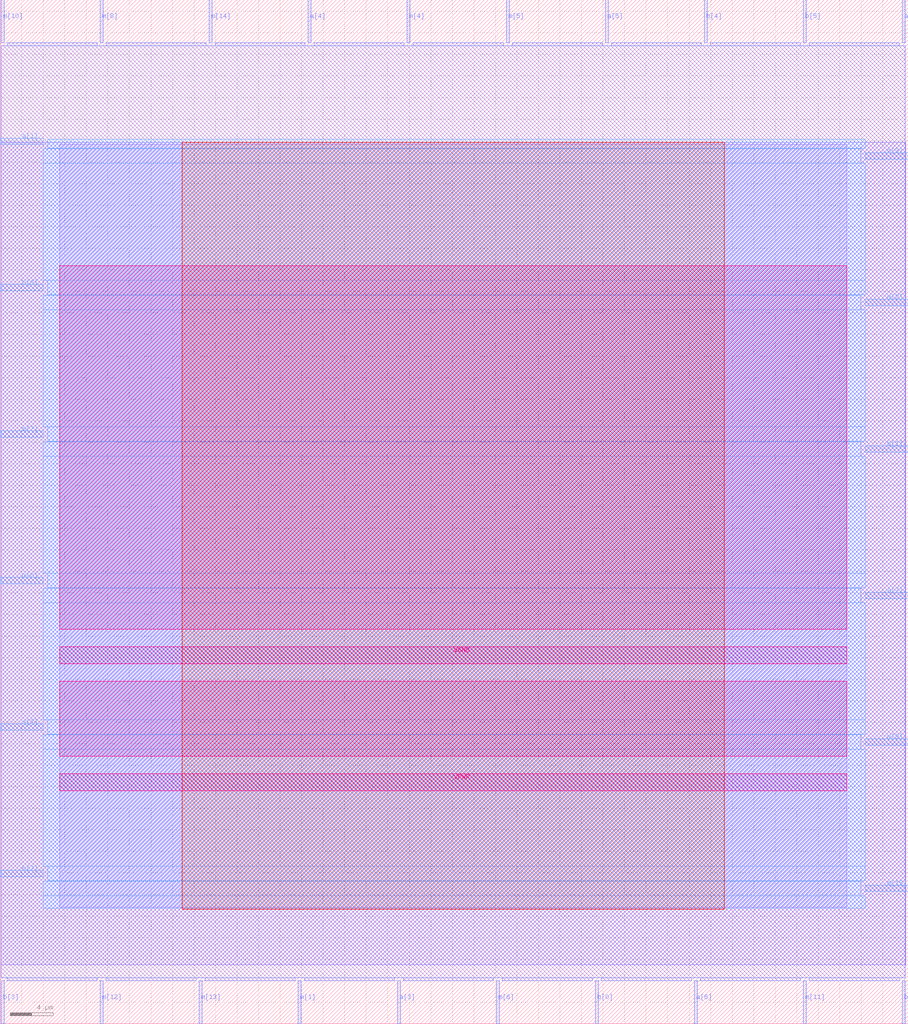
<source format=lef>
VERSION 5.7 ;
  NOWIREEXTENSIONATPIN ON ;
  DIVIDERCHAR "/" ;
  BUSBITCHARS "[]" ;
MACRO dvsd_8216m3
  CLASS BLOCK ;
  FOREIGN dvsd_8216m3 ;
  ORIGIN 0.000 0.000 ;
  SIZE 84.355 BY 95.075 ;
  PIN VGND
    DIRECTION INPUT ;
    USE GROUND ;
    PORT
      LAYER met5 ;
        RECT 5.520 33.410 78.660 35.010 ;
    END
  END VGND
  PIN VPWR
    DIRECTION INPUT ;
    USE POWER ;
    PORT
      LAYER met5 ;
        RECT 5.520 21.630 78.660 23.230 ;
    END
  END VPWR
  PIN a[0]
    DIRECTION INPUT ;
    USE SIGNAL ;
    PORT
      LAYER met2 ;
        RECT 83.810 91.075 84.090 95.075 ;
    END
  END a[0]
  PIN a[1]
    DIRECTION INPUT ;
    USE SIGNAL ;
    PORT
      LAYER met3 ;
        RECT 0.000 81.640 4.000 82.240 ;
    END
  END a[1]
  PIN a[2]
    DIRECTION INPUT ;
    USE SIGNAL ;
    PORT
      LAYER met3 ;
        RECT 0.000 27.240 4.000 27.840 ;
    END
  END a[2]
  PIN a[3]
    DIRECTION INPUT ;
    USE SIGNAL ;
    PORT
      LAYER met2 ;
        RECT 36.890 0.000 37.170 4.000 ;
    END
  END a[3]
  PIN a[4]
    DIRECTION INPUT ;
    USE SIGNAL ;
    PORT
      LAYER met2 ;
        RECT 28.610 91.075 28.890 95.075 ;
    END
  END a[4]
  PIN a[5]
    DIRECTION INPUT ;
    USE SIGNAL ;
    PORT
      LAYER met2 ;
        RECT 56.210 91.075 56.490 95.075 ;
    END
  END a[5]
  PIN a[6]
    DIRECTION INPUT ;
    USE SIGNAL ;
    PORT
      LAYER met2 ;
        RECT 64.490 0.000 64.770 4.000 ;
    END
  END a[6]
  PIN a[7]
    DIRECTION INPUT ;
    USE SIGNAL ;
    PORT
      LAYER met3 ;
        RECT 80.355 39.480 84.355 40.080 ;
    END
  END a[7]
  PIN b[0]
    DIRECTION INPUT ;
    USE SIGNAL ;
    PORT
      LAYER met2 ;
        RECT 55.290 0.000 55.570 4.000 ;
    END
  END b[0]
  PIN b[1]
    DIRECTION INPUT ;
    USE SIGNAL ;
    PORT
      LAYER met3 ;
        RECT 80.355 53.080 84.355 53.680 ;
    END
  END b[1]
  PIN b[2]
    DIRECTION INPUT ;
    USE SIGNAL ;
    PORT
      LAYER met3 ;
        RECT 0.000 13.640 4.000 14.240 ;
    END
  END b[2]
  PIN b[3]
    DIRECTION INPUT ;
    USE SIGNAL ;
    PORT
      LAYER met2 ;
        RECT 0.090 0.000 0.370 4.000 ;
    END
  END b[3]
  PIN b[4]
    DIRECTION INPUT ;
    USE SIGNAL ;
    PORT
      LAYER met2 ;
        RECT 65.410 91.075 65.690 95.075 ;
    END
  END b[4]
  PIN b[5]
    DIRECTION INPUT ;
    USE SIGNAL ;
    PORT
      LAYER met2 ;
        RECT 74.610 91.075 74.890 95.075 ;
    END
  END b[5]
  PIN b[6]
    DIRECTION INPUT ;
    USE SIGNAL ;
    PORT
      LAYER met3 ;
        RECT 0.000 68.040 4.000 68.640 ;
    END
  END b[6]
  PIN b[7]
    DIRECTION INPUT ;
    USE SIGNAL ;
    PORT
      LAYER met2 ;
        RECT 83.810 0.000 84.090 4.000 ;
    END
  END b[7]
  PIN m[0]
    DIRECTION OUTPUT TRISTATE ;
    USE SIGNAL ;
    PORT
      LAYER met3 ;
        RECT 0.000 40.840 4.000 41.440 ;
    END
  END m[0]
  PIN m[10]
    DIRECTION OUTPUT TRISTATE ;
    USE SIGNAL ;
    PORT
      LAYER met2 ;
        RECT 0.090 91.075 0.370 95.075 ;
    END
  END m[10]
  PIN m[11]
    DIRECTION OUTPUT TRISTATE ;
    USE SIGNAL ;
    PORT
      LAYER met2 ;
        RECT 74.610 0.000 74.890 4.000 ;
    END
  END m[11]
  PIN m[12]
    DIRECTION OUTPUT TRISTATE ;
    USE SIGNAL ;
    PORT
      LAYER met2 ;
        RECT 9.290 0.000 9.570 4.000 ;
    END
  END m[12]
  PIN m[13]
    DIRECTION OUTPUT TRISTATE ;
    USE SIGNAL ;
    PORT
      LAYER met2 ;
        RECT 18.490 0.000 18.770 4.000 ;
    END
  END m[13]
  PIN m[14]
    DIRECTION OUTPUT TRISTATE ;
    USE SIGNAL ;
    PORT
      LAYER met2 ;
        RECT 19.410 91.075 19.690 95.075 ;
    END
  END m[14]
  PIN m[15]
    DIRECTION OUTPUT TRISTATE ;
    USE SIGNAL ;
    PORT
      LAYER met3 ;
        RECT 80.355 12.280 84.355 12.880 ;
    END
  END m[15]
  PIN m[1]
    DIRECTION OUTPUT TRISTATE ;
    USE SIGNAL ;
    PORT
      LAYER met2 ;
        RECT 27.690 0.000 27.970 4.000 ;
    END
  END m[1]
  PIN m[2]
    DIRECTION OUTPUT TRISTATE ;
    USE SIGNAL ;
    PORT
      LAYER met3 ;
        RECT 80.355 66.680 84.355 67.280 ;
    END
  END m[2]
  PIN m[3]
    DIRECTION OUTPUT TRISTATE ;
    USE SIGNAL ;
    PORT
      LAYER met3 ;
        RECT 80.355 80.280 84.355 80.880 ;
    END
  END m[3]
  PIN m[4]
    DIRECTION OUTPUT TRISTATE ;
    USE SIGNAL ;
    PORT
      LAYER met2 ;
        RECT 37.810 91.075 38.090 95.075 ;
    END
  END m[4]
  PIN m[5]
    DIRECTION OUTPUT TRISTATE ;
    USE SIGNAL ;
    PORT
      LAYER met2 ;
        RECT 47.010 91.075 47.290 95.075 ;
    END
  END m[5]
  PIN m[6]
    DIRECTION OUTPUT TRISTATE ;
    USE SIGNAL ;
    PORT
      LAYER met2 ;
        RECT 46.090 0.000 46.370 4.000 ;
    END
  END m[6]
  PIN m[7]
    DIRECTION OUTPUT TRISTATE ;
    USE SIGNAL ;
    PORT
      LAYER met3 ;
        RECT 0.000 54.440 4.000 55.040 ;
    END
  END m[7]
  PIN m[8]
    DIRECTION OUTPUT TRISTATE ;
    USE SIGNAL ;
    PORT
      LAYER met2 ;
        RECT 9.290 91.075 9.570 95.075 ;
    END
  END m[8]
  PIN m[9]
    DIRECTION OUTPUT TRISTATE ;
    USE SIGNAL ;
    PORT
      LAYER met3 ;
        RECT 80.355 25.880 84.355 26.480 ;
    END
  END m[9]
  OBS
      LAYER li1 ;
        RECT 5.520 10.795 78.660 81.685 ;
      LAYER met1 ;
        RECT 0.070 5.480 84.110 81.840 ;
      LAYER met2 ;
        RECT 0.650 90.795 9.010 91.075 ;
        RECT 9.850 90.795 19.130 91.075 ;
        RECT 19.970 90.795 28.330 91.075 ;
        RECT 29.170 90.795 37.530 91.075 ;
        RECT 38.370 90.795 46.730 91.075 ;
        RECT 47.570 90.795 55.930 91.075 ;
        RECT 56.770 90.795 65.130 91.075 ;
        RECT 65.970 90.795 74.330 91.075 ;
        RECT 75.170 90.795 83.530 91.075 ;
        RECT 0.100 4.280 84.080 90.795 ;
        RECT 0.650 4.000 9.010 4.280 ;
        RECT 9.850 4.000 18.210 4.280 ;
        RECT 19.050 4.000 27.410 4.280 ;
        RECT 28.250 4.000 36.610 4.280 ;
        RECT 37.450 4.000 45.810 4.280 ;
        RECT 46.650 4.000 55.010 4.280 ;
        RECT 55.850 4.000 64.210 4.280 ;
        RECT 65.050 4.000 74.330 4.280 ;
        RECT 75.170 4.000 83.530 4.280 ;
      LAYER met3 ;
        RECT 4.400 81.280 80.355 82.105 ;
        RECT 4.400 81.240 79.955 81.280 ;
        RECT 4.000 79.880 79.955 81.240 ;
        RECT 4.000 69.040 80.355 79.880 ;
        RECT 4.400 67.680 80.355 69.040 ;
        RECT 4.400 67.640 79.955 67.680 ;
        RECT 4.000 66.280 79.955 67.640 ;
        RECT 4.000 55.440 80.355 66.280 ;
        RECT 4.400 54.080 80.355 55.440 ;
        RECT 4.400 54.040 79.955 54.080 ;
        RECT 4.000 52.680 79.955 54.040 ;
        RECT 4.000 41.840 80.355 52.680 ;
        RECT 4.400 40.480 80.355 41.840 ;
        RECT 4.400 40.440 79.955 40.480 ;
        RECT 4.000 39.080 79.955 40.440 ;
        RECT 4.000 28.240 80.355 39.080 ;
        RECT 4.400 26.880 80.355 28.240 ;
        RECT 4.400 26.840 79.955 26.880 ;
        RECT 4.000 25.480 79.955 26.840 ;
        RECT 4.000 14.640 80.355 25.480 ;
        RECT 4.400 13.280 80.355 14.640 ;
        RECT 4.400 13.240 79.955 13.280 ;
        RECT 4.000 11.880 79.955 13.240 ;
        RECT 4.000 10.715 80.355 11.880 ;
      LAYER met4 ;
        RECT 16.910 10.640 67.270 81.840 ;
      LAYER met5 ;
        RECT 5.520 36.610 78.660 70.370 ;
        RECT 5.520 24.830 78.660 31.810 ;
  END
END dvsd_8216m3
END LIBRARY


</source>
